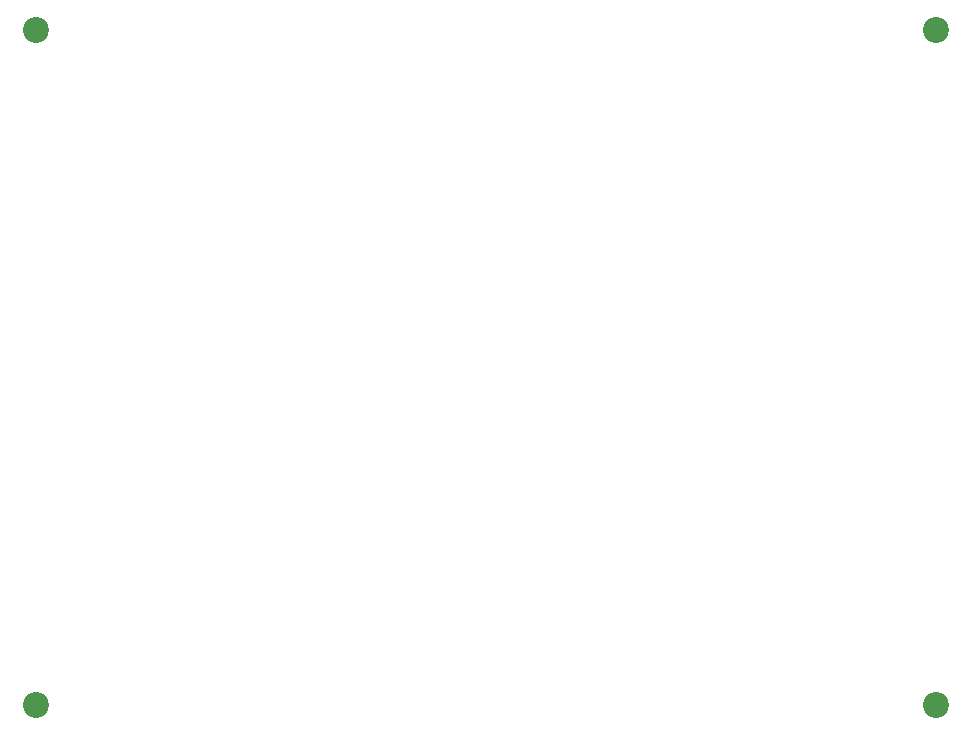
<source format=gbr>
%TF.GenerationSoftware,KiCad,Pcbnew,7.0.5*%
%TF.CreationDate,2024-09-25T00:21:03+08:00*%
%TF.ProjectId,TPS,5450532e-6b69-4636-9164-5f7063625858,rev?*%
%TF.SameCoordinates,Original*%
%TF.FileFunction,Soldermask,Top*%
%TF.FilePolarity,Negative*%
%FSLAX46Y46*%
G04 Gerber Fmt 4.6, Leading zero omitted, Abs format (unit mm)*
G04 Created by KiCad (PCBNEW 7.0.5) date 2024-09-25 00:21:03*
%MOMM*%
%LPD*%
G01*
G04 APERTURE LIST*
%ADD10C,2.200000*%
G04 APERTURE END LIST*
D10*
%TO.C,H4*%
X183375000Y-105200000D03*
%TD*%
%TO.C,H1*%
X107175000Y-48050000D03*
%TD*%
%TO.C,H2*%
X107175000Y-105200000D03*
%TD*%
%TO.C,H3*%
X183375000Y-48050000D03*
%TD*%
M02*

</source>
